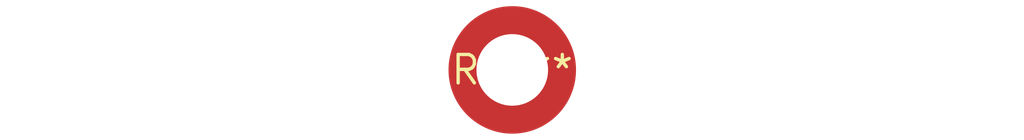
<source format=kicad_pcb>
(kicad_pcb (version 20240108) (generator pcbnew)
  (layers (0 "F.Cu" signal) (31 "B.Cu" signal) (34 "B.Paste" user) (35 "F.Paste" user) (36 "B.SilkS" user "B.Silkscreen") (37 "F.SilkS" user "F.Silkscreen") (38 "B.Mask" user) (39 "F.Mask" user) (44 "Edge.Cuts" user))
  (net 0 "")
  (footprint "MountingHole_3.2mm_M3_ISO7380_Pad_TopOnly" (layer "F.Cu") (at 0 0)
    (property "Reference" "REF**")
    (property "Value" "MountingHole_3.2mm_M3_ISO7380_Pad_TopOnly")
    (pad "1" thru_hole circle (at 0 0) (size 3.6 3.6) (drill 3.2) (layers *.Cu *.Mask) (remove_unused_layers))
    (pad "1" connect circle (at 0 0) (size 5.7 5.7) (layers "F.Cu" "F.Mask"))
  )
)
</source>
